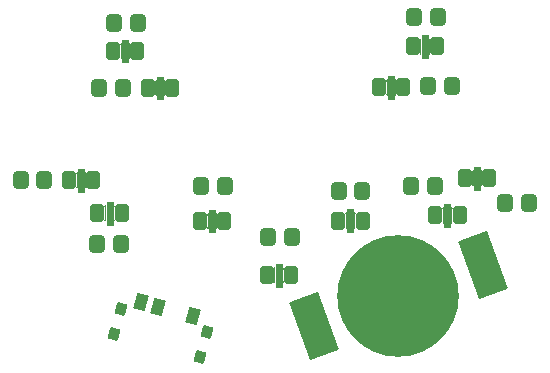
<source format=gbs>
G04 #@! TF.GenerationSoftware,KiCad,Pcbnew,7.0.1-0*
G04 #@! TF.CreationDate,2023-08-23T15:24:57+02:00*
G04 #@! TF.ProjectId,pumpkin,70756d70-6b69-46e2-9e6b-696361645f70,rev?*
G04 #@! TF.SameCoordinates,Original*
G04 #@! TF.FileFunction,Soldermask,Bot*
G04 #@! TF.FilePolarity,Negative*
%FSLAX46Y46*%
G04 Gerber Fmt 4.6, Leading zero omitted, Abs format (unit mm)*
G04 Created by KiCad (PCBNEW 7.0.1-0) date 2023-08-23 15:24:57*
%MOMM*%
%LPD*%
G01*
G04 APERTURE LIST*
G04 Aperture macros list*
%AMRoundRect*
0 Rectangle with rounded corners*
0 $1 Rounding radius*
0 $2 $3 $4 $5 $6 $7 $8 $9 X,Y pos of 4 corners*
0 Add a 4 corners polygon primitive as box body*
4,1,4,$2,$3,$4,$5,$6,$7,$8,$9,$2,$3,0*
0 Add four circle primitives for the rounded corners*
1,1,$1+$1,$2,$3*
1,1,$1+$1,$4,$5*
1,1,$1+$1,$6,$7*
1,1,$1+$1,$8,$9*
0 Add four rect primitives between the rounded corners*
20,1,$1+$1,$2,$3,$4,$5,0*
20,1,$1+$1,$4,$5,$6,$7,0*
20,1,$1+$1,$6,$7,$8,$9,0*
20,1,$1+$1,$8,$9,$2,$3,0*%
G04 Aperture macros list end*
%ADD10C,0.100000*%
%ADD11RoundRect,0.300800X0.325000X0.450000X-0.325000X0.450000X-0.325000X-0.450000X0.325000X-0.450000X0*%
%ADD12C,0.102600*%
%ADD13RoundRect,0.050800X0.596429X0.487235X-0.272905X0.720172X-0.596429X-0.487235X0.272905X-0.720172X0*%
%ADD14RoundRect,0.050800X0.502839X0.331139X-0.269902X0.538194X-0.502839X-0.331139X0.269902X-0.538194X0*%
%ADD15RoundRect,0.300800X0.350000X0.450000X-0.350000X0.450000X-0.350000X-0.450000X0.350000X-0.450000X0*%
%ADD16RoundRect,0.050800X0.302464X2.823741X-2.046767X1.968691X-0.302464X-2.823741X2.046767X-1.968691X0*%
%ADD17C,10.301600*%
%ADD18RoundRect,0.300800X-0.350000X-0.450000X0.350000X-0.450000X0.350000X0.450000X-0.350000X0.450000X0*%
G04 APERTURE END LIST*
D10*
X145160000Y-109390000D02*
X144650000Y-109390000D01*
X144650000Y-107470000D01*
X145160000Y-107470000D01*
X145160000Y-109390000D01*
G36*
X145160000Y-109390000D02*
G01*
X144650000Y-109390000D01*
X144650000Y-107470000D01*
X145160000Y-107470000D01*
X145160000Y-109390000D01*
G37*
X132180000Y-90370000D02*
X131670000Y-90370000D01*
X131670000Y-88450000D01*
X132180000Y-88450000D01*
X132180000Y-90370000D01*
G36*
X132180000Y-90370000D02*
G01*
X131670000Y-90370000D01*
X131670000Y-88450000D01*
X132180000Y-88450000D01*
X132180000Y-90370000D01*
G37*
X135130000Y-93490000D02*
X134620000Y-93490000D01*
X134620000Y-91570000D01*
X135130000Y-91570000D01*
X135130000Y-93490000D01*
G36*
X135130000Y-93490000D02*
G01*
X134620000Y-93490000D01*
X134620000Y-91570000D01*
X135130000Y-91570000D01*
X135130000Y-93490000D01*
G37*
X161960000Y-101140000D02*
X161450000Y-101140000D01*
X161450000Y-99220000D01*
X161960000Y-99220000D01*
X161960000Y-101140000D01*
G36*
X161960000Y-101140000D02*
G01*
X161450000Y-101140000D01*
X161450000Y-99220000D01*
X161960000Y-99220000D01*
X161960000Y-101140000D01*
G37*
X151230000Y-104720000D02*
X150720000Y-104720000D01*
X150720000Y-102800000D01*
X151230000Y-102800000D01*
X151230000Y-104720000D01*
G36*
X151230000Y-104720000D02*
G01*
X150720000Y-104720000D01*
X150720000Y-102800000D01*
X151230000Y-102800000D01*
X151230000Y-104720000D01*
G37*
X154690000Y-93460000D02*
X154180000Y-93460000D01*
X154180000Y-91540000D01*
X154690000Y-91540000D01*
X154690000Y-93460000D01*
G36*
X154690000Y-93460000D02*
G01*
X154180000Y-93460000D01*
X154180000Y-91540000D01*
X154690000Y-91540000D01*
X154690000Y-93460000D01*
G37*
X157550000Y-89990000D02*
X157040000Y-89990000D01*
X157040000Y-88070000D01*
X157550000Y-88070000D01*
X157550000Y-89990000D01*
G36*
X157550000Y-89990000D02*
G01*
X157040000Y-89990000D01*
X157040000Y-88070000D01*
X157550000Y-88070000D01*
X157550000Y-89990000D01*
G37*
X139530000Y-104770000D02*
X139020000Y-104770000D01*
X139020000Y-102850000D01*
X139530000Y-102850000D01*
X139530000Y-104770000D01*
G36*
X139530000Y-104770000D02*
G01*
X139020000Y-104770000D01*
X139020000Y-102850000D01*
X139530000Y-102850000D01*
X139530000Y-104770000D01*
G37*
X128450000Y-101320000D02*
X127940000Y-101320000D01*
X127940000Y-99400000D01*
X128450000Y-99400000D01*
X128450000Y-101320000D01*
G36*
X128450000Y-101320000D02*
G01*
X127940000Y-101320000D01*
X127940000Y-99400000D01*
X128450000Y-99400000D01*
X128450000Y-101320000D01*
G37*
X130840000Y-104120000D02*
X130330000Y-104120000D01*
X130330000Y-102200000D01*
X130840000Y-102200000D01*
X130840000Y-104120000D01*
G36*
X130840000Y-104120000D02*
G01*
X130330000Y-104120000D01*
X130330000Y-102200000D01*
X130840000Y-102200000D01*
X130840000Y-104120000D01*
G37*
X159440000Y-104270000D02*
X158930000Y-104270000D01*
X158930000Y-102350000D01*
X159440000Y-102350000D01*
X159440000Y-104270000D01*
G36*
X159440000Y-104270000D02*
G01*
X158930000Y-104270000D01*
X158930000Y-102350000D01*
X159440000Y-102350000D01*
X159440000Y-104270000D01*
G37*
D11*
X160215000Y-103330000D03*
X158165000Y-103330000D03*
D12*
X136348889Y-113668229D03*
X133451111Y-112891771D03*
D13*
X137610383Y-111858047D03*
X134712605Y-111081590D03*
X133263716Y-110693361D03*
D14*
X138855219Y-113200994D03*
X138285817Y-115326031D03*
X130944781Y-113359006D03*
X131514183Y-111233969D03*
D11*
X158322500Y-89020000D03*
X156272500Y-89020000D03*
D15*
X158140000Y-100860000D03*
X156140000Y-100860000D03*
D11*
X145930000Y-108390000D03*
X143880000Y-108390000D03*
X129222500Y-100340000D03*
X127172500Y-100340000D03*
X131615000Y-103140000D03*
X129565000Y-103140000D03*
X162730000Y-100180000D03*
X160680000Y-100180000D03*
D15*
X125070000Y-100350000D03*
X123070000Y-100350000D03*
X131710000Y-92560000D03*
X129710000Y-92560000D03*
X166100000Y-102310000D03*
X164100000Y-102310000D03*
D16*
X162170000Y-107530000D03*
X147886672Y-112728706D03*
D17*
X155028336Y-110129353D03*
D15*
X131530000Y-105760000D03*
X129530000Y-105760000D03*
X152000000Y-101230000D03*
X150000000Y-101230000D03*
D18*
X157540000Y-92380000D03*
X159540000Y-92380000D03*
D11*
X135892500Y-92550000D03*
X133842500Y-92550000D03*
D15*
X158380000Y-86550000D03*
X156380000Y-86550000D03*
X146020000Y-105160000D03*
X144020000Y-105160000D03*
D11*
X132950000Y-89410000D03*
X130900000Y-89410000D03*
X155465000Y-92490000D03*
X153415000Y-92490000D03*
D15*
X132970000Y-87050000D03*
X130970000Y-87050000D03*
D11*
X152002500Y-103770000D03*
X149952500Y-103770000D03*
X140305000Y-103810000D03*
X138255000Y-103810000D03*
D15*
X140350000Y-100830000D03*
X138350000Y-100830000D03*
G36*
X145364972Y-107760792D02*
G01*
X145366169Y-107762250D01*
X145365621Y-107764054D01*
X145358520Y-107771155D01*
X145314141Y-107871663D01*
X145306200Y-107940118D01*
X145306200Y-108839882D01*
X145314141Y-108908336D01*
X145358520Y-109008844D01*
X145365621Y-109015945D01*
X145366169Y-109017749D01*
X145364972Y-109019207D01*
X145210765Y-109083082D01*
X145208889Y-109082897D01*
X145208000Y-109081234D01*
X145208000Y-107698766D01*
X145208889Y-107697103D01*
X145210765Y-107696918D01*
X145364972Y-107760792D01*
G37*
G36*
X144601111Y-107697103D02*
G01*
X144602000Y-107698766D01*
X144602000Y-109081234D01*
X144601111Y-109082897D01*
X144599235Y-109083082D01*
X144445027Y-109019207D01*
X144443830Y-109017749D01*
X144444378Y-109015945D01*
X144451479Y-109008844D01*
X144495858Y-108908336D01*
X144503800Y-108839882D01*
X144503800Y-107940118D01*
X144495858Y-107871663D01*
X144451479Y-107771155D01*
X144444378Y-107764054D01*
X144443830Y-107762250D01*
X144445027Y-107760792D01*
X144599235Y-107696918D01*
X144601111Y-107697103D01*
G37*
G36*
X138971111Y-103112103D02*
G01*
X138972000Y-103113766D01*
X138972000Y-104506234D01*
X138971111Y-104507897D01*
X138969235Y-104508082D01*
X138815027Y-104444207D01*
X138813830Y-104442749D01*
X138814378Y-104440945D01*
X138826479Y-104428844D01*
X138870858Y-104328336D01*
X138878800Y-104259882D01*
X138878800Y-103360118D01*
X138870858Y-103291663D01*
X138826479Y-103191155D01*
X138814378Y-103179054D01*
X138813830Y-103177250D01*
X138815027Y-103175792D01*
X138969235Y-103111918D01*
X138971111Y-103112103D01*
G37*
G36*
X139734972Y-103185792D02*
G01*
X139736169Y-103187250D01*
X139735622Y-103189054D01*
X139733520Y-103191156D01*
X139689141Y-103291663D01*
X139681200Y-103360118D01*
X139681200Y-104259882D01*
X139689141Y-104328336D01*
X139733520Y-104428844D01*
X139735621Y-104430945D01*
X139736169Y-104432749D01*
X139734972Y-104434207D01*
X139580765Y-104498082D01*
X139578889Y-104497897D01*
X139578000Y-104496234D01*
X139578000Y-103123766D01*
X139578889Y-103122103D01*
X139580765Y-103121918D01*
X139734972Y-103185792D01*
G37*
G36*
X150671111Y-103074603D02*
G01*
X150672000Y-103076266D01*
X150672000Y-104463734D01*
X150671111Y-104465397D01*
X150669235Y-104465582D01*
X150515027Y-104401707D01*
X150513830Y-104400249D01*
X150514378Y-104398445D01*
X150523979Y-104388844D01*
X150568358Y-104288336D01*
X150576300Y-104219882D01*
X150576300Y-103320118D01*
X150568358Y-103251663D01*
X150523979Y-103151155D01*
X150514378Y-103141554D01*
X150513830Y-103139750D01*
X150515027Y-103138292D01*
X150669235Y-103074418D01*
X150671111Y-103074603D01*
G37*
G36*
X151434972Y-103143292D02*
G01*
X151436169Y-103144750D01*
X151435621Y-103146554D01*
X151431020Y-103151155D01*
X151386641Y-103251663D01*
X151378700Y-103320118D01*
X151378700Y-104219882D01*
X151386641Y-104288336D01*
X151431020Y-104388844D01*
X151435621Y-104393445D01*
X151436169Y-104395249D01*
X151434972Y-104396707D01*
X151280765Y-104460582D01*
X151278889Y-104460397D01*
X151278000Y-104458734D01*
X151278000Y-103081266D01*
X151278889Y-103079603D01*
X151280765Y-103079418D01*
X151434972Y-103143292D01*
G37*
G36*
X158881111Y-102632103D02*
G01*
X158882000Y-102633766D01*
X158882000Y-104026234D01*
X158881111Y-104027897D01*
X158879235Y-104028082D01*
X158725027Y-103964207D01*
X158723830Y-103962749D01*
X158724378Y-103960945D01*
X158736479Y-103948844D01*
X158780858Y-103848336D01*
X158788800Y-103779882D01*
X158788800Y-102880118D01*
X158780858Y-102811663D01*
X158736479Y-102711155D01*
X158724378Y-102699054D01*
X158723830Y-102697250D01*
X158725027Y-102695792D01*
X158879235Y-102631918D01*
X158881111Y-102632103D01*
G37*
G36*
X159644972Y-102705792D02*
G01*
X159646169Y-102707250D01*
X159645622Y-102709054D01*
X159643520Y-102711156D01*
X159599141Y-102811663D01*
X159591200Y-102880118D01*
X159591200Y-103779882D01*
X159599141Y-103848336D01*
X159643520Y-103948844D01*
X159645621Y-103950945D01*
X159646169Y-103952749D01*
X159644972Y-103954207D01*
X159490765Y-104018082D01*
X159488889Y-104017897D01*
X159488000Y-104016234D01*
X159488000Y-102643766D01*
X159488889Y-102642103D01*
X159490765Y-102641918D01*
X159644972Y-102705792D01*
G37*
G36*
X130281111Y-102442103D02*
G01*
X130282000Y-102443766D01*
X130282000Y-103836234D01*
X130281111Y-103837897D01*
X130279235Y-103838082D01*
X130125027Y-103774207D01*
X130123830Y-103772749D01*
X130124378Y-103770945D01*
X130136479Y-103758844D01*
X130180858Y-103658336D01*
X130188800Y-103589882D01*
X130188800Y-102690118D01*
X130180858Y-102621663D01*
X130136479Y-102521155D01*
X130124378Y-102509054D01*
X130123830Y-102507250D01*
X130125027Y-102505792D01*
X130279235Y-102441918D01*
X130281111Y-102442103D01*
G37*
G36*
X131044972Y-102515792D02*
G01*
X131046169Y-102517250D01*
X131045622Y-102519054D01*
X131043520Y-102521156D01*
X130999141Y-102621663D01*
X130991200Y-102690118D01*
X130991200Y-103589882D01*
X130999141Y-103658336D01*
X131043520Y-103758844D01*
X131045621Y-103760945D01*
X131046169Y-103762749D01*
X131044972Y-103764207D01*
X130890765Y-103828082D01*
X130888889Y-103827897D01*
X130888000Y-103826234D01*
X130888000Y-102453766D01*
X130888889Y-102452103D01*
X130890765Y-102451918D01*
X131044972Y-102515792D01*
G37*
G36*
X127891111Y-99644603D02*
G01*
X127892000Y-99646266D01*
X127892000Y-101033734D01*
X127891111Y-101035397D01*
X127889235Y-101035582D01*
X127735027Y-100971707D01*
X127733830Y-100970249D01*
X127734378Y-100968445D01*
X127743979Y-100958844D01*
X127788358Y-100858336D01*
X127796300Y-100789882D01*
X127796300Y-99890118D01*
X127788358Y-99821663D01*
X127743979Y-99721155D01*
X127734378Y-99711554D01*
X127733830Y-99709750D01*
X127735027Y-99708292D01*
X127889235Y-99644418D01*
X127891111Y-99644603D01*
G37*
G36*
X128654972Y-99713292D02*
G01*
X128656169Y-99714750D01*
X128655621Y-99716554D01*
X128651020Y-99721155D01*
X128606641Y-99821663D01*
X128598700Y-99890118D01*
X128598700Y-100789882D01*
X128606641Y-100858336D01*
X128651020Y-100958844D01*
X128655621Y-100963445D01*
X128656169Y-100965249D01*
X128654972Y-100966707D01*
X128500765Y-101030582D01*
X128498889Y-101030397D01*
X128498000Y-101028734D01*
X128498000Y-99651266D01*
X128498889Y-99649603D01*
X128500765Y-99649418D01*
X128654972Y-99713292D01*
G37*
G36*
X162164972Y-99550792D02*
G01*
X162166169Y-99552250D01*
X162165621Y-99554054D01*
X162158520Y-99561155D01*
X162114141Y-99661663D01*
X162106200Y-99730118D01*
X162106200Y-100629882D01*
X162114141Y-100698336D01*
X162158520Y-100798844D01*
X162165621Y-100805945D01*
X162166169Y-100807749D01*
X162164972Y-100809207D01*
X162010765Y-100873082D01*
X162008889Y-100872897D01*
X162008000Y-100871234D01*
X162008000Y-99488766D01*
X162008889Y-99487103D01*
X162010765Y-99486918D01*
X162164972Y-99550792D01*
G37*
G36*
X161401111Y-99487103D02*
G01*
X161402000Y-99488766D01*
X161402000Y-100871234D01*
X161401111Y-100872897D01*
X161399235Y-100873082D01*
X161245027Y-100809207D01*
X161243830Y-100807749D01*
X161244378Y-100805945D01*
X161251479Y-100798844D01*
X161295858Y-100698336D01*
X161303800Y-100629882D01*
X161303800Y-99730118D01*
X161295858Y-99661663D01*
X161251479Y-99561155D01*
X161244378Y-99554054D01*
X161243830Y-99552250D01*
X161245027Y-99550792D01*
X161399235Y-99486918D01*
X161401111Y-99487103D01*
G37*
G36*
X135334972Y-91913292D02*
G01*
X135336169Y-91914750D01*
X135335621Y-91916554D01*
X135321020Y-91931155D01*
X135276641Y-92031663D01*
X135268700Y-92100118D01*
X135268700Y-92999882D01*
X135276641Y-93068336D01*
X135321020Y-93168844D01*
X135335621Y-93183445D01*
X135336169Y-93185249D01*
X135334972Y-93186707D01*
X135180765Y-93250582D01*
X135178889Y-93250397D01*
X135178000Y-93248734D01*
X135178000Y-91851266D01*
X135178889Y-91849603D01*
X135180765Y-91849418D01*
X135334972Y-91913292D01*
G37*
G36*
X134571111Y-91864603D02*
G01*
X134572000Y-91866266D01*
X134572000Y-93233734D01*
X134571111Y-93235397D01*
X134569235Y-93235582D01*
X134414964Y-93171681D01*
X134413873Y-93170577D01*
X134413899Y-93169025D01*
X134458358Y-93068336D01*
X134466300Y-92999882D01*
X134466300Y-92100118D01*
X134458358Y-92031663D01*
X134413899Y-91930974D01*
X134413873Y-91929422D01*
X134414964Y-91928318D01*
X134569235Y-91864418D01*
X134571111Y-91864603D01*
G37*
G36*
X154131111Y-91792103D02*
G01*
X154132000Y-91793766D01*
X154132000Y-93186234D01*
X154131111Y-93187897D01*
X154129235Y-93188082D01*
X153975027Y-93124207D01*
X153973830Y-93122749D01*
X153974378Y-93120945D01*
X153986479Y-93108844D01*
X154030858Y-93008336D01*
X154038800Y-92939882D01*
X154038800Y-92040118D01*
X154030858Y-91971663D01*
X153986479Y-91871155D01*
X153974378Y-91859054D01*
X153973830Y-91857250D01*
X153975027Y-91855792D01*
X154129235Y-91791918D01*
X154131111Y-91792103D01*
G37*
G36*
X154894972Y-91865792D02*
G01*
X154896169Y-91867250D01*
X154895622Y-91869054D01*
X154893520Y-91871156D01*
X154849141Y-91971663D01*
X154841200Y-92040118D01*
X154841200Y-92939882D01*
X154849141Y-93008336D01*
X154893520Y-93108844D01*
X154895621Y-93110945D01*
X154896169Y-93112749D01*
X154894972Y-93114207D01*
X154740765Y-93178082D01*
X154738889Y-93177897D01*
X154738000Y-93176234D01*
X154738000Y-91803766D01*
X154738889Y-91802103D01*
X154740765Y-91801918D01*
X154894972Y-91865792D01*
G37*
G36*
X132384972Y-88780792D02*
G01*
X132386169Y-88782250D01*
X132385621Y-88784054D01*
X132378520Y-88791155D01*
X132334141Y-88891663D01*
X132326200Y-88960118D01*
X132326200Y-89859882D01*
X132334141Y-89928336D01*
X132378520Y-90028844D01*
X132385621Y-90035945D01*
X132386169Y-90037749D01*
X132384972Y-90039207D01*
X132230765Y-90103082D01*
X132228889Y-90102897D01*
X132228000Y-90101234D01*
X132228000Y-88718766D01*
X132228889Y-88717103D01*
X132230765Y-88716918D01*
X132384972Y-88780792D01*
G37*
G36*
X131621111Y-88717103D02*
G01*
X131622000Y-88718766D01*
X131622000Y-90101234D01*
X131621111Y-90102897D01*
X131619235Y-90103082D01*
X131465027Y-90039207D01*
X131463830Y-90037749D01*
X131464378Y-90035945D01*
X131471479Y-90028844D01*
X131515858Y-89928336D01*
X131523800Y-89859882D01*
X131523800Y-88960118D01*
X131515858Y-88891663D01*
X131471479Y-88791155D01*
X131464378Y-88784054D01*
X131463830Y-88782250D01*
X131465027Y-88780792D01*
X131619235Y-88716918D01*
X131621111Y-88717103D01*
G37*
G36*
X156991111Y-88324603D02*
G01*
X156992000Y-88326266D01*
X156992000Y-89713734D01*
X156991111Y-89715397D01*
X156989235Y-89715582D01*
X156835027Y-89651707D01*
X156833830Y-89650249D01*
X156834378Y-89648445D01*
X156843979Y-89638844D01*
X156888358Y-89538336D01*
X156896300Y-89469882D01*
X156896300Y-88570118D01*
X156888358Y-88501663D01*
X156843979Y-88401155D01*
X156834378Y-88391554D01*
X156833830Y-88389750D01*
X156835027Y-88388292D01*
X156989235Y-88324418D01*
X156991111Y-88324603D01*
G37*
G36*
X157754972Y-88393292D02*
G01*
X157756169Y-88394750D01*
X157755621Y-88396554D01*
X157751020Y-88401155D01*
X157706641Y-88501663D01*
X157698700Y-88570118D01*
X157698700Y-89469882D01*
X157706641Y-89538336D01*
X157751020Y-89638844D01*
X157755621Y-89643445D01*
X157756169Y-89645249D01*
X157754972Y-89646707D01*
X157600765Y-89710582D01*
X157598889Y-89710397D01*
X157598000Y-89708734D01*
X157598000Y-88331266D01*
X157598889Y-88329603D01*
X157600765Y-88329418D01*
X157754972Y-88393292D01*
G37*
M02*

</source>
